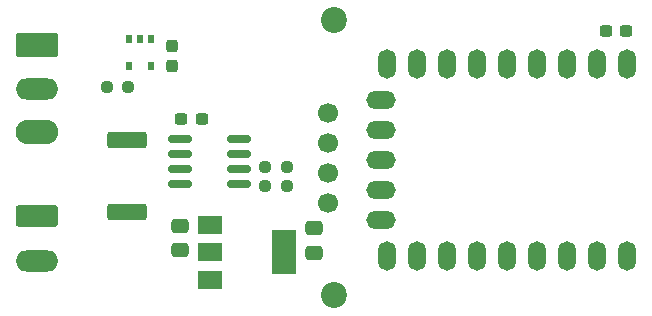
<source format=gbr>
%TF.GenerationSoftware,KiCad,Pcbnew,7.0.10*%
%TF.CreationDate,2024-02-11T01:36:44-05:00*%
%TF.ProjectId,RP2040_Count2,52503230-3430-45f4-936f-756e74322e6b,v2*%
%TF.SameCoordinates,Original*%
%TF.FileFunction,Soldermask,Top*%
%TF.FilePolarity,Negative*%
%FSLAX46Y46*%
G04 Gerber Fmt 4.6, Leading zero omitted, Abs format (unit mm)*
G04 Created by KiCad (PCBNEW 7.0.10) date 2024-02-11 01:36:44*
%MOMM*%
%LPD*%
G01*
G04 APERTURE LIST*
G04 Aperture macros list*
%AMRoundRect*
0 Rectangle with rounded corners*
0 $1 Rounding radius*
0 $2 $3 $4 $5 $6 $7 $8 $9 X,Y pos of 4 corners*
0 Add a 4 corners polygon primitive as box body*
4,1,4,$2,$3,$4,$5,$6,$7,$8,$9,$2,$3,0*
0 Add four circle primitives for the rounded corners*
1,1,$1+$1,$2,$3*
1,1,$1+$1,$4,$5*
1,1,$1+$1,$6,$7*
1,1,$1+$1,$8,$9*
0 Add four rect primitives between the rounded corners*
20,1,$1+$1,$2,$3,$4,$5,0*
20,1,$1+$1,$4,$5,$6,$7,0*
20,1,$1+$1,$6,$7,$8,$9,0*
20,1,$1+$1,$8,$9,$2,$3,0*%
G04 Aperture macros list end*
%ADD10O,1.500000X2.500000*%
%ADD11O,2.500000X1.500000*%
%ADD12RoundRect,0.249999X1.425001X-0.450001X1.425001X0.450001X-1.425001X0.450001X-1.425001X-0.450001X0*%
%ADD13RoundRect,0.250000X-1.550000X0.650000X-1.550000X-0.650000X1.550000X-0.650000X1.550000X0.650000X0*%
%ADD14O,3.600000X1.800000*%
%ADD15RoundRect,0.237500X-0.250000X-0.237500X0.250000X-0.237500X0.250000X0.237500X-0.250000X0.237500X0*%
%ADD16RoundRect,0.237500X-0.300000X-0.237500X0.300000X-0.237500X0.300000X0.237500X-0.300000X0.237500X0*%
%ADD17RoundRect,0.237500X0.237500X-0.300000X0.237500X0.300000X-0.237500X0.300000X-0.237500X-0.300000X0*%
%ADD18R,0.510000X0.700000*%
%ADD19RoundRect,0.150000X0.825000X0.150000X-0.825000X0.150000X-0.825000X-0.150000X0.825000X-0.150000X0*%
%ADD20RoundRect,0.250000X0.475000X-0.337500X0.475000X0.337500X-0.475000X0.337500X-0.475000X-0.337500X0*%
%ADD21R,2.000000X1.500000*%
%ADD22R,2.000000X3.800000*%
%ADD23RoundRect,0.291667X-1.508333X0.758333X-1.508333X-0.758333X1.508333X-0.758333X1.508333X0.758333X0*%
%ADD24O,3.600000X2.100000*%
%ADD25C,2.200000*%
%ADD26C,1.700000*%
G04 APERTURE END LIST*
D10*
%TO.C,U2*%
X155360000Y-95470000D03*
X152820000Y-95470000D03*
X150280000Y-95470000D03*
X147740000Y-95470000D03*
X145200000Y-95470000D03*
X142660000Y-95470000D03*
X140120000Y-95470000D03*
X137580000Y-95470000D03*
X135040000Y-95470000D03*
D11*
X134540000Y-92430000D03*
X134540000Y-89890000D03*
X134540000Y-87350000D03*
X134540000Y-84810000D03*
X134540000Y-82270000D03*
D10*
X135040000Y-79230000D03*
X137580000Y-79230000D03*
X140120000Y-79230000D03*
X142660000Y-79230000D03*
X145200000Y-79230000D03*
X147740000Y-79230000D03*
X150280000Y-79230000D03*
X152820000Y-79230000D03*
X155360000Y-79230000D03*
%TD*%
D12*
%TO.C,R2*%
X113000000Y-91800000D03*
X113000000Y-85700000D03*
%TD*%
D13*
%TO.C,TB1*%
X105357500Y-92112500D03*
D14*
X105357500Y-95922500D03*
%TD*%
D15*
%TO.C,R3*%
X124687500Y-88000000D03*
X126512500Y-88000000D03*
%TD*%
D16*
%TO.C,C6*%
X153537500Y-76500000D03*
X155262500Y-76500000D03*
%TD*%
D17*
%TO.C,C1*%
X116800000Y-79462500D03*
X116800000Y-77737500D03*
%TD*%
D18*
%TO.C,U1*%
X115050000Y-77140000D03*
X114100000Y-77140000D03*
X113150000Y-77140000D03*
X113150000Y-79460000D03*
X115050000Y-79460000D03*
%TD*%
D19*
%TO.C,U4*%
X122475000Y-89405000D03*
X122475000Y-88135000D03*
X122475000Y-86865000D03*
X122475000Y-85595000D03*
X117525000Y-85595000D03*
X117525000Y-86865000D03*
X117525000Y-88135000D03*
X117525000Y-89405000D03*
%TD*%
D20*
%TO.C,C4*%
X128800000Y-95237500D03*
X128800000Y-93162500D03*
%TD*%
D15*
%TO.C,R1*%
X111287500Y-81200000D03*
X113112500Y-81200000D03*
%TD*%
D21*
%TO.C,U3*%
X120000000Y-92900000D03*
X120000000Y-95200000D03*
D22*
X126300000Y-95200000D03*
D21*
X120000000Y-97500000D03*
%TD*%
D16*
%TO.C,C5*%
X117600000Y-83900000D03*
X119325000Y-83900000D03*
%TD*%
D20*
%TO.C,C3*%
X117500000Y-95037500D03*
X117500000Y-92962500D03*
%TD*%
D15*
%TO.C,R4*%
X124687500Y-89600000D03*
X126512500Y-89600000D03*
%TD*%
D23*
%TO.C,J2*%
X105357500Y-77680000D03*
D14*
X105357500Y-81340000D03*
D24*
X105357500Y-85000000D03*
%TD*%
D25*
%TO.C,J3*%
X130500000Y-75550000D03*
X130500000Y-98850000D03*
D26*
X130000000Y-91000000D03*
X130000000Y-88500000D03*
X130000000Y-85900000D03*
X130000000Y-83400000D03*
%TD*%
M02*

</source>
